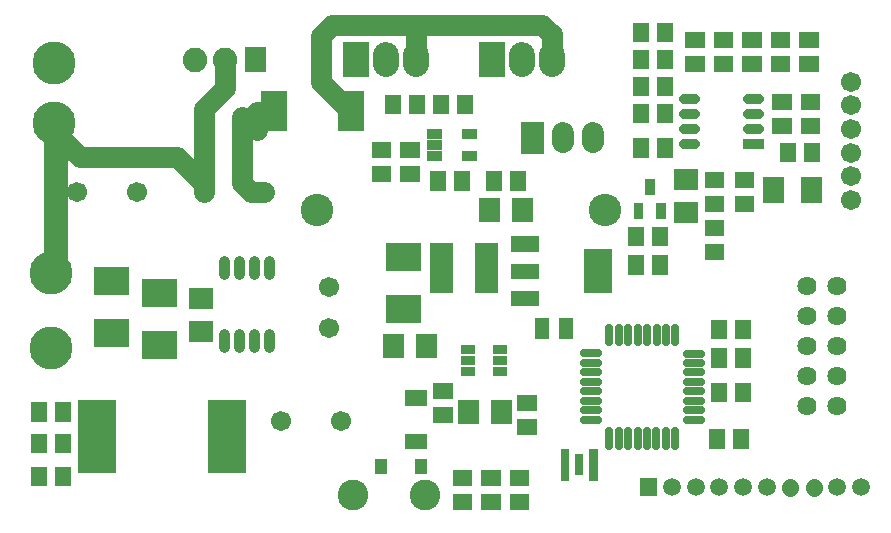
<source format=gts>
G04 Layer: TopSolderMaskLayer*
G04 EasyEDA v6.4.25, 2021-09-30T02:14:20--7:00*
G04 e4d4b5d2720f487c87a9f93e3858acc5,1c607ed5ed934db7a0414c4b005609ca,10*
G04 Gerber Generator version 0.2*
G04 Scale: 100 percent, Rotated: No, Reflected: No *
G04 Dimensions in inches *
G04 leading zeros omitted , absolute positions ,3 integer and 6 decimal *
%FSLAX36Y36*%
%MOIN*%

%ADD14C,0.0640*%
%ADD27C,0.0700*%
%ADD37C,0.0320*%
%ADD82C,0.0800*%
%ADD83C,0.0570*%
%ADD84C,0.0749*%
%ADD85C,0.0867*%
%ADD86C,0.0257*%
%ADD87C,0.0356*%
%ADD89C,0.0670*%
%ADD91C,0.0591*%
%ADD103C,0.0820*%
%ADD108C,0.1430*%
%ADD112C,0.1025*%
%ADD118C,0.1080*%

%LPD*%
D27*
X685000Y-635000D02*
G01*
X685000Y-610000D01*
X595000Y-520000D01*
X270000Y-520000D01*
X185000Y-435000D01*
X185000Y-405000D01*
X1845000Y-195000D02*
G01*
X1845000Y-110000D01*
X1840000Y-110000D01*
X1810000Y-80000D01*
X1110000Y-80000D01*
X1075000Y-115000D01*
X1075000Y-270000D01*
X1175000Y-370000D01*
X755000Y-195000D02*
G01*
X755000Y-290000D01*
X685000Y-360000D01*
X685000Y-635000D01*
D82*
X175000Y-905000D02*
G01*
X190000Y-890000D01*
X190000Y-410000D01*
X185000Y-405000D01*
D27*
X860000Y-430000D02*
G01*
X860000Y-370000D01*
X915000Y-370000D01*
X1390000Y-195000D02*
G01*
X1390000Y-85000D01*
X1395000Y-80000D01*
X885000Y-635000D02*
G01*
X840000Y-635000D01*
X810000Y-605000D01*
X810000Y-525000D01*
X810000Y-385000D01*
D83*
X2638109Y-1621059D02*
G01*
X2638109Y-1618940D01*
X2716850Y-1621059D02*
G01*
X2716850Y-1618940D01*
D84*
X1879210Y-439052D02*
G01*
X1879210Y-470547D01*
X1980789Y-439441D02*
G01*
X1980789Y-470938D01*
D85*
X1390000Y-179369D02*
G01*
X1390000Y-210630D01*
X1290000Y-179369D02*
G01*
X1290000Y-210630D01*
X1845000Y-179369D02*
G01*
X1845000Y-210630D01*
X1745000Y-179369D02*
G01*
X1745000Y-210630D01*
D86*
X2035000Y-1088877D02*
G01*
X2035000Y-1136122D01*
X2066499Y-1088877D02*
G01*
X2066499Y-1136122D01*
X2098000Y-1088877D02*
G01*
X2098000Y-1136122D01*
X2129499Y-1088877D02*
G01*
X2129499Y-1136122D01*
X2160900Y-1088877D02*
G01*
X2160900Y-1136122D01*
X2192399Y-1088877D02*
G01*
X2192399Y-1136122D01*
X2223900Y-1088877D02*
G01*
X2223900Y-1136122D01*
X2255399Y-1088877D02*
G01*
X2255399Y-1136122D01*
X2293378Y-1174499D02*
G01*
X2340622Y-1174499D01*
X2293378Y-1205999D02*
G01*
X2340622Y-1205999D01*
X2293378Y-1237500D02*
G01*
X2340622Y-1237500D01*
X2293378Y-1269000D02*
G01*
X2340622Y-1269000D01*
X2293378Y-1300399D02*
G01*
X2340622Y-1300399D01*
X2293378Y-1331900D02*
G01*
X2340622Y-1331900D01*
X2293378Y-1363400D02*
G01*
X2340622Y-1363400D01*
X2293378Y-1394899D02*
G01*
X2340622Y-1394899D01*
X2255000Y-1433877D02*
G01*
X2255000Y-1481122D01*
X2223500Y-1433877D02*
G01*
X2223500Y-1481122D01*
X2191999Y-1433877D02*
G01*
X2191999Y-1481122D01*
X2160500Y-1433877D02*
G01*
X2160500Y-1481122D01*
X2129099Y-1433877D02*
G01*
X2129099Y-1481122D01*
X2097600Y-1433877D02*
G01*
X2097600Y-1481122D01*
X2066099Y-1433877D02*
G01*
X2066099Y-1481122D01*
X2034600Y-1433877D02*
G01*
X2034600Y-1481122D01*
X1949377Y-1394499D02*
G01*
X1996621Y-1394499D01*
X1949377Y-1363000D02*
G01*
X1996621Y-1363000D01*
X1949377Y-1331500D02*
G01*
X1996621Y-1331500D01*
X1949377Y-1300000D02*
G01*
X1996621Y-1300000D01*
X1949377Y-1268600D02*
G01*
X1996621Y-1268600D01*
X1949377Y-1237100D02*
G01*
X1996621Y-1237100D01*
X1949377Y-1205599D02*
G01*
X1996621Y-1205599D01*
X1949377Y-1174099D02*
G01*
X1996621Y-1174099D01*
D87*
X900000Y-909654D02*
G01*
X900000Y-866347D01*
X850000Y-909654D02*
G01*
X850000Y-866347D01*
X800000Y-909654D02*
G01*
X800000Y-866347D01*
X750000Y-909654D02*
G01*
X750000Y-866347D01*
X900000Y-1153654D02*
G01*
X900000Y-1110345D01*
X850000Y-1153654D02*
G01*
X850000Y-1110345D01*
X800000Y-1153654D02*
G01*
X800000Y-1110345D01*
X750000Y-1153654D02*
G01*
X750000Y-1110345D01*
D37*
X2322200Y-325000D02*
G01*
X2285200Y-325000D01*
X2322200Y-375000D02*
G01*
X2285200Y-375000D01*
X2322200Y-425000D02*
G01*
X2285200Y-425000D01*
X2322200Y-475000D02*
G01*
X2285200Y-475000D01*
X2534799Y-325000D02*
G01*
X2497799Y-325000D01*
X2534799Y-375000D02*
G01*
X2497799Y-375000D01*
X2534799Y-425000D02*
G01*
X2497799Y-425000D01*
D14*
G01*
X2695000Y-950000D03*
G01*
X2795000Y-950000D03*
G01*
X2695000Y-1050000D03*
G01*
X2795000Y-1050000D03*
G01*
X2695000Y-1150000D03*
G01*
X2795000Y-1150000D03*
G01*
X2695000Y-1250000D03*
G01*
X2795000Y-1250000D03*
G01*
X2695000Y-1350000D03*
G01*
X2795000Y-1350000D03*
G36*
X188200Y-1617600D02*
G01*
X188200Y-1552500D01*
X241799Y-1552500D01*
X241799Y-1617600D01*
G37*
G36*
X108200Y-1617600D02*
G01*
X108200Y-1552500D01*
X161799Y-1552500D01*
X161799Y-1617600D01*
G37*
D89*
G01*
X2840000Y-583110D03*
G01*
X2840000Y-661849D03*
G01*
X2840000Y-504369D03*
G01*
X2840000Y-425630D03*
G01*
X2840000Y-346889D03*
G01*
X2840000Y-268150D03*
G36*
X2136099Y-1649600D02*
G01*
X2136099Y-1590399D01*
X2195200Y-1590399D01*
X2195200Y-1649600D01*
G37*
D91*
G01*
X2244409Y-1620000D03*
G01*
X2323149Y-1620000D03*
G01*
X2401890Y-1620000D03*
G01*
X2480630Y-1620000D03*
G01*
X2559369Y-1620000D03*
G01*
X2795590Y-1620000D03*
G01*
X2874330Y-1620000D03*
G36*
X316999Y-979499D02*
G01*
X316999Y-886500D01*
X433000Y-886500D01*
X433000Y-979499D01*
G37*
G36*
X316999Y-1153499D02*
G01*
X316999Y-1060500D01*
X433000Y-1060500D01*
X433000Y-1153499D01*
G37*
G36*
X698499Y-1572100D02*
G01*
X698499Y-1327899D01*
X824600Y-1327899D01*
X824600Y-1572100D01*
G37*
G36*
X265399Y-1572100D02*
G01*
X265399Y-1327899D01*
X391500Y-1327899D01*
X391500Y-1572100D01*
G37*
D89*
G01*
X1100000Y-951100D03*
G01*
X1100000Y-1088899D03*
G36*
X2193199Y-522500D02*
G01*
X2193199Y-457500D01*
X2246800Y-457500D01*
X2246800Y-522500D01*
G37*
G36*
X2113199Y-522500D02*
G01*
X2113199Y-457500D01*
X2166800Y-457500D01*
X2166800Y-522500D01*
G37*
G36*
X2116800Y-725999D02*
G01*
X2116800Y-672800D01*
X2148400Y-672800D01*
X2148400Y-725999D01*
G37*
G36*
X2191599Y-725999D02*
G01*
X2191599Y-672800D01*
X2223199Y-672800D01*
X2223199Y-725999D01*
G37*
G36*
X2154200Y-647199D02*
G01*
X2154200Y-594000D01*
X2185799Y-594000D01*
X2185799Y-647199D01*
G37*
G36*
X1385900Y-1574600D02*
G01*
X1385900Y-1525399D01*
X1427299Y-1525399D01*
X1427299Y-1574600D01*
G37*
G36*
X1252699Y-1574600D02*
G01*
X1252699Y-1525399D01*
X1294099Y-1525399D01*
X1294099Y-1574600D01*
G37*
G36*
X1279499Y-1189499D02*
G01*
X1279499Y-1110599D01*
X1350500Y-1110599D01*
X1350500Y-1189499D01*
G37*
G36*
X1389499Y-1189499D02*
G01*
X1389499Y-1110599D01*
X1460500Y-1110599D01*
X1460500Y-1189499D01*
G37*
G36*
X1352500Y-1494000D02*
G01*
X1352500Y-1441999D01*
X1427500Y-1441999D01*
X1427500Y-1494000D01*
G37*
G36*
X1352500Y-1348000D02*
G01*
X1352500Y-1295999D01*
X1427500Y-1295999D01*
X1427500Y-1348000D01*
G37*
G36*
X2572500Y-236799D02*
G01*
X2572500Y-183200D01*
X2637600Y-183200D01*
X2637600Y-236799D01*
G37*
G36*
X2572500Y-156799D02*
G01*
X2572500Y-103200D01*
X2637600Y-103200D01*
X2637600Y-156799D01*
G37*
G36*
X1703199Y-632500D02*
G01*
X1703199Y-567500D01*
X1756800Y-567500D01*
X1756800Y-632500D01*
G37*
G36*
X1623199Y-632500D02*
G01*
X1623199Y-567500D01*
X1676800Y-567500D01*
X1676800Y-632500D01*
G37*
G36*
X2672500Y-673400D02*
G01*
X2672500Y-586599D01*
X2743500Y-586599D01*
X2743500Y-673400D01*
G37*
G36*
X2546499Y-673400D02*
G01*
X2546499Y-586599D01*
X2617500Y-586599D01*
X2617500Y-673400D01*
G37*
G36*
X2672500Y-441799D02*
G01*
X2672500Y-388200D01*
X2737500Y-388200D01*
X2737500Y-441799D01*
G37*
G36*
X2672500Y-361799D02*
G01*
X2672500Y-308200D01*
X2737500Y-308200D01*
X2737500Y-361799D01*
G37*
G36*
X2577500Y-361799D02*
G01*
X2577500Y-308200D01*
X2642500Y-308200D01*
X2642500Y-361799D01*
G37*
G36*
X2577500Y-441799D02*
G01*
X2577500Y-388200D01*
X2642500Y-388200D01*
X2642500Y-441799D01*
G37*
G36*
X2352500Y-701799D02*
G01*
X2352500Y-648200D01*
X2417500Y-648200D01*
X2417500Y-701799D01*
G37*
G36*
X2352500Y-621799D02*
G01*
X2352500Y-568200D01*
X2417500Y-568200D01*
X2417500Y-621799D01*
G37*
G36*
X2352500Y-781799D02*
G01*
X2352500Y-728200D01*
X2417500Y-728200D01*
X2417500Y-781799D01*
G37*
G36*
X2352500Y-861799D02*
G01*
X2352500Y-808200D01*
X2417500Y-808200D01*
X2417500Y-861799D01*
G37*
G36*
X1702500Y-1616799D02*
G01*
X1702500Y-1563200D01*
X1767500Y-1563200D01*
X1767500Y-1616799D01*
G37*
G36*
X1702500Y-1696799D02*
G01*
X1702500Y-1643200D01*
X1767500Y-1643200D01*
X1767500Y-1696799D01*
G37*
G36*
X1512500Y-1616799D02*
G01*
X1512500Y-1563200D01*
X1577500Y-1563200D01*
X1577500Y-1616799D01*
G37*
G36*
X1512500Y-1696799D02*
G01*
X1512500Y-1643200D01*
X1577500Y-1643200D01*
X1577500Y-1696799D01*
G37*
G36*
X1607500Y-1616799D02*
G01*
X1607500Y-1563200D01*
X1672500Y-1563200D01*
X1672500Y-1616799D01*
G37*
G36*
X1607500Y-1696799D02*
G01*
X1607500Y-1643200D01*
X1672500Y-1643200D01*
X1672500Y-1696799D01*
G37*
G36*
X2667500Y-236799D02*
G01*
X2667500Y-183200D01*
X2732500Y-183200D01*
X2732500Y-236799D01*
G37*
G36*
X2667500Y-156799D02*
G01*
X2667500Y-103200D01*
X2732500Y-103200D01*
X2732500Y-156799D01*
G37*
G36*
X2113199Y-137500D02*
G01*
X2113199Y-72500D01*
X2166800Y-72500D01*
X2166800Y-137500D01*
G37*
G36*
X2193199Y-137500D02*
G01*
X2193199Y-72500D01*
X2246800Y-72500D01*
X2246800Y-137500D01*
G37*
G36*
X1741800Y-508000D02*
G01*
X1741800Y-401599D01*
X1816599Y-401599D01*
X1816599Y-508000D01*
G37*
G36*
X2193199Y-227500D02*
G01*
X2193199Y-162500D01*
X2246800Y-162500D01*
X2246800Y-227500D01*
G37*
G36*
X2113199Y-227500D02*
G01*
X2113199Y-162500D01*
X2166800Y-162500D01*
X2166800Y-227500D01*
G37*
G36*
X2193199Y-407500D02*
G01*
X2193199Y-342500D01*
X2246800Y-342500D01*
X2246800Y-407500D01*
G37*
G36*
X2113199Y-407500D02*
G01*
X2113199Y-342500D01*
X2166800Y-342500D01*
X2166800Y-407500D01*
G37*
G36*
X2477500Y-236799D02*
G01*
X2477500Y-183200D01*
X2542500Y-183200D01*
X2542500Y-236799D01*
G37*
G36*
X2477500Y-156799D02*
G01*
X2477500Y-103200D01*
X2542500Y-103200D01*
X2542500Y-156799D01*
G37*
G36*
X1146599Y-254000D02*
G01*
X1146599Y-135999D01*
X1233400Y-135999D01*
X1233400Y-254000D01*
G37*
G36*
X1601599Y-254000D02*
G01*
X1601599Y-135999D01*
X1688400Y-135999D01*
X1688400Y-254000D01*
G37*
G36*
X1368199Y-377600D02*
G01*
X1368199Y-312500D01*
X1421800Y-312500D01*
X1421800Y-377600D01*
G37*
G36*
X1288200Y-377600D02*
G01*
X1288200Y-312500D01*
X1341799Y-312500D01*
X1341799Y-377600D01*
G37*
G36*
X1448199Y-377600D02*
G01*
X1448199Y-312500D01*
X1501800Y-312500D01*
X1501800Y-377600D01*
G37*
G36*
X1528199Y-377600D02*
G01*
X1528199Y-312500D01*
X1581800Y-312500D01*
X1581800Y-377600D01*
G37*
G36*
X2113199Y-317500D02*
G01*
X2113199Y-252500D01*
X2166800Y-252500D01*
X2166800Y-317500D01*
G37*
G36*
X2193199Y-317500D02*
G01*
X2193199Y-252500D01*
X2246800Y-252500D01*
X2246800Y-317500D01*
G37*
G36*
X1447500Y-1326799D02*
G01*
X1447500Y-1273200D01*
X1512600Y-1273200D01*
X1512600Y-1326799D01*
G37*
G36*
X1447500Y-1406799D02*
G01*
X1447500Y-1353200D01*
X1512600Y-1353200D01*
X1512600Y-1406799D01*
G37*
G36*
X188200Y-1507600D02*
G01*
X188200Y-1442500D01*
X241799Y-1442500D01*
X241799Y-1507600D01*
G37*
G36*
X108200Y-1507600D02*
G01*
X108200Y-1442500D01*
X161799Y-1442500D01*
X161799Y-1507600D01*
G37*
G36*
X2382500Y-156799D02*
G01*
X2382500Y-103200D01*
X2447500Y-103200D01*
X2447500Y-156799D01*
G37*
G36*
X2382500Y-236799D02*
G01*
X2382500Y-183200D01*
X2447500Y-183200D01*
X2447500Y-236799D01*
G37*
G36*
X108200Y-1402600D02*
G01*
X108200Y-1337500D01*
X161799Y-1337500D01*
X161799Y-1402600D01*
G37*
G36*
X188200Y-1402600D02*
G01*
X188200Y-1337500D01*
X241799Y-1337500D01*
X241799Y-1402600D01*
G37*
G01*
X940000Y-1400000D03*
G01*
X1140000Y-1400000D03*
G01*
X260000Y-635000D03*
G01*
X460000Y-635000D03*
G01*
X685000Y-635000D03*
G01*
X885000Y-635000D03*
G36*
X819299Y-235999D02*
G01*
X819299Y-154000D01*
X890799Y-154000D01*
X890799Y-235999D01*
G37*
D103*
G01*
X755000Y-195000D03*
G01*
X655000Y-195000D03*
G36*
X1706499Y-835000D02*
G01*
X1706499Y-784000D01*
X1799499Y-784000D01*
X1799499Y-835000D01*
G37*
G36*
X1706499Y-925999D02*
G01*
X1706499Y-875000D01*
X1799499Y-875000D01*
X1799499Y-925999D01*
G37*
G36*
X1706499Y-1015999D02*
G01*
X1706499Y-965000D01*
X1799499Y-965000D01*
X1799499Y-1015999D01*
G37*
G36*
X1950500Y-973499D02*
G01*
X1950500Y-827500D01*
X2043500Y-827500D01*
X2043500Y-973499D01*
G37*
G36*
X1129699Y-431999D02*
G01*
X1129699Y-298000D01*
X1216399Y-298000D01*
X1216399Y-431999D01*
G37*
G36*
X873699Y-431999D02*
G01*
X873699Y-298000D01*
X960399Y-298000D01*
X960399Y-431999D01*
G37*
G36*
X2373199Y-1127500D02*
G01*
X2373199Y-1062500D01*
X2426800Y-1062500D01*
X2426800Y-1127500D01*
G37*
G36*
X2453199Y-1127500D02*
G01*
X2453199Y-1062500D01*
X2506800Y-1062500D01*
X2506800Y-1127500D01*
G37*
G36*
X1242500Y-521799D02*
G01*
X1242500Y-468200D01*
X1307500Y-468200D01*
X1307500Y-521799D01*
G37*
G36*
X1242500Y-601799D02*
G01*
X1242500Y-548200D01*
X1307500Y-548200D01*
X1307500Y-601799D01*
G37*
G36*
X1337500Y-521799D02*
G01*
X1337500Y-468200D01*
X1402500Y-468200D01*
X1402500Y-521799D01*
G37*
G36*
X1337500Y-601799D02*
G01*
X1337500Y-548200D01*
X1402500Y-548200D01*
X1402500Y-601799D01*
G37*
G36*
X2373199Y-1222500D02*
G01*
X2373199Y-1157500D01*
X2426800Y-1157500D01*
X2426800Y-1222500D01*
G37*
G36*
X2453199Y-1222500D02*
G01*
X2453199Y-1157500D01*
X2506800Y-1157500D01*
X2506800Y-1222500D01*
G37*
G36*
X2368199Y-1492500D02*
G01*
X2368199Y-1427500D01*
X2421800Y-1427500D01*
X2421800Y-1492500D01*
G37*
G36*
X2448199Y-1492500D02*
G01*
X2448199Y-1427500D01*
X2501800Y-1427500D01*
X2501800Y-1492500D01*
G37*
G36*
X2373199Y-1337500D02*
G01*
X2373199Y-1272500D01*
X2426800Y-1272500D01*
X2426800Y-1337500D01*
G37*
G36*
X2453199Y-1337500D02*
G01*
X2453199Y-1272500D01*
X2506800Y-1272500D01*
X2506800Y-1337500D01*
G37*
G36*
X1786899Y-1124499D02*
G01*
X1786899Y-1055500D01*
X1834300Y-1055500D01*
X1834300Y-1124499D01*
G37*
G36*
X1865699Y-1124499D02*
G01*
X1865699Y-1055500D01*
X1913100Y-1055500D01*
X1913100Y-1124499D01*
G37*
G36*
X1709499Y-734499D02*
G01*
X1709499Y-655599D01*
X1780500Y-655599D01*
X1780500Y-734499D01*
G37*
G36*
X1599499Y-734499D02*
G01*
X1599499Y-655599D01*
X1670500Y-655599D01*
X1670500Y-734499D01*
G37*
G36*
X2683199Y-537500D02*
G01*
X2683199Y-472500D01*
X2736800Y-472500D01*
X2736800Y-537500D01*
G37*
G36*
X2603199Y-537500D02*
G01*
X2603199Y-472500D01*
X2656800Y-472500D01*
X2656800Y-537500D01*
G37*
D108*
G01*
X185000Y-405000D03*
G01*
X185000Y-205000D03*
G36*
X2178199Y-912500D02*
G01*
X2178199Y-847500D01*
X2231800Y-847500D01*
X2231800Y-912500D01*
G37*
G36*
X2098199Y-912500D02*
G01*
X2098199Y-847500D01*
X2151800Y-847500D01*
X2151800Y-912500D01*
G37*
G01*
X175000Y-905000D03*
G01*
X175000Y-1155000D03*
G36*
X1540000Y-1175000D02*
G01*
X1540000Y-1145399D01*
X1587399Y-1145399D01*
X1587399Y-1175000D01*
G37*
G36*
X1540000Y-1212399D02*
G01*
X1540000Y-1182800D01*
X1587399Y-1182800D01*
X1587399Y-1212399D01*
G37*
G36*
X1540000Y-1249800D02*
G01*
X1540000Y-1220199D01*
X1587399Y-1220199D01*
X1587399Y-1249800D01*
G37*
G36*
X1646300Y-1249800D02*
G01*
X1646300Y-1220199D01*
X1693699Y-1220199D01*
X1693699Y-1249800D01*
G37*
G36*
X1646300Y-1175000D02*
G01*
X1646300Y-1145399D01*
X1693699Y-1145399D01*
X1693699Y-1175000D01*
G37*
G36*
X1646300Y-1212399D02*
G01*
X1646300Y-1182800D01*
X1693699Y-1182800D01*
X1693699Y-1212399D01*
G37*
G36*
X1291999Y-899499D02*
G01*
X1291999Y-806500D01*
X1408000Y-806500D01*
X1408000Y-899499D01*
G37*
G36*
X1291999Y-1073499D02*
G01*
X1291999Y-980500D01*
X1408000Y-980500D01*
X1408000Y-1073499D01*
G37*
G36*
X1529499Y-1409499D02*
G01*
X1529499Y-1330599D01*
X1600500Y-1330599D01*
X1600500Y-1409499D01*
G37*
G36*
X1639499Y-1409499D02*
G01*
X1639499Y-1330599D01*
X1710500Y-1330599D01*
X1710500Y-1409499D01*
G37*
G36*
X1436199Y-972699D02*
G01*
X1436199Y-807300D01*
X1514200Y-807300D01*
X1514200Y-972699D01*
G37*
G36*
X1585799Y-972699D02*
G01*
X1585799Y-807300D01*
X1663800Y-807300D01*
X1663800Y-972699D01*
G37*
D112*
G01*
X1420000Y-1645000D03*
G01*
X1180000Y-1645000D03*
G36*
X635599Y-1135500D02*
G01*
X635599Y-1064499D01*
X714499Y-1064499D01*
X714499Y-1135500D01*
G37*
G36*
X635599Y-1025500D02*
G01*
X635599Y-954499D01*
X714499Y-954499D01*
X714499Y-1025500D01*
G37*
G36*
X476999Y-1019499D02*
G01*
X476999Y-926500D01*
X593000Y-926500D01*
X593000Y-1019499D01*
G37*
G36*
X476999Y-1193499D02*
G01*
X476999Y-1100500D01*
X593000Y-1100500D01*
X593000Y-1193499D01*
G37*
G36*
X1968400Y-1598200D02*
G01*
X1968400Y-1491799D01*
X1996000Y-1491799D01*
X1996000Y-1598200D01*
G37*
G36*
X1921199Y-1580500D02*
G01*
X1921199Y-1509499D01*
X1948800Y-1509499D01*
X1948800Y-1580500D01*
G37*
G36*
X1873999Y-1598200D02*
G01*
X1873999Y-1491799D01*
X1901599Y-1491799D01*
X1901599Y-1598200D01*
G37*
G36*
X2287500Y-236799D02*
G01*
X2287500Y-183200D01*
X2352500Y-183200D01*
X2352500Y-236799D01*
G37*
G36*
X2287500Y-156799D02*
G01*
X2287500Y-103200D01*
X2352500Y-103200D01*
X2352500Y-156799D01*
G37*
G36*
X2481800Y-490999D02*
G01*
X2481800Y-459000D01*
X2550799Y-459000D01*
X2550799Y-490999D01*
G37*
G36*
X2250600Y-630500D02*
G01*
X2250600Y-559499D01*
X2329499Y-559499D01*
X2329499Y-630500D01*
G37*
G36*
X2250600Y-740500D02*
G01*
X2250600Y-669499D01*
X2329499Y-669499D01*
X2329499Y-740500D01*
G37*
G36*
X1727500Y-1366799D02*
G01*
X1727500Y-1313200D01*
X1792600Y-1313200D01*
X1792600Y-1366799D01*
G37*
G36*
X1727500Y-1446799D02*
G01*
X1727500Y-1393200D01*
X1792600Y-1393200D01*
X1792600Y-1446799D01*
G37*
G36*
X1518199Y-632500D02*
G01*
X1518199Y-567500D01*
X1571800Y-567500D01*
X1571800Y-632500D01*
G37*
G36*
X1438199Y-632500D02*
G01*
X1438199Y-567500D01*
X1491800Y-567500D01*
X1491800Y-632500D01*
G37*
G36*
X2178199Y-817500D02*
G01*
X2178199Y-752500D01*
X2231800Y-752500D01*
X2231800Y-817500D01*
G37*
G36*
X2098199Y-817500D02*
G01*
X2098199Y-752500D01*
X2151800Y-752500D01*
X2151800Y-817500D01*
G37*
G36*
X1426000Y-459400D02*
G01*
X1426000Y-425799D01*
X1475799Y-425799D01*
X1475799Y-459400D01*
G37*
G36*
X1426000Y-496799D02*
G01*
X1426000Y-463200D01*
X1475799Y-463200D01*
X1475799Y-496799D01*
G37*
G36*
X1426000Y-534200D02*
G01*
X1426000Y-500599D01*
X1475799Y-500599D01*
X1475799Y-534200D01*
G37*
G36*
X1544099Y-534200D02*
G01*
X1544099Y-500599D01*
X1593900Y-500599D01*
X1593900Y-534200D01*
G37*
G36*
X1544099Y-459400D02*
G01*
X1544099Y-425799D01*
X1593900Y-425799D01*
X1593900Y-459400D01*
G37*
G36*
X2452500Y-621799D02*
G01*
X2452500Y-568200D01*
X2517500Y-568200D01*
X2517500Y-621799D01*
G37*
G36*
X2452500Y-701799D02*
G01*
X2452500Y-648200D01*
X2517500Y-648200D01*
X2517500Y-701799D01*
G37*
D118*
G01*
X1060000Y-695000D03*
G01*
X2020000Y-695000D03*
M02*

</source>
